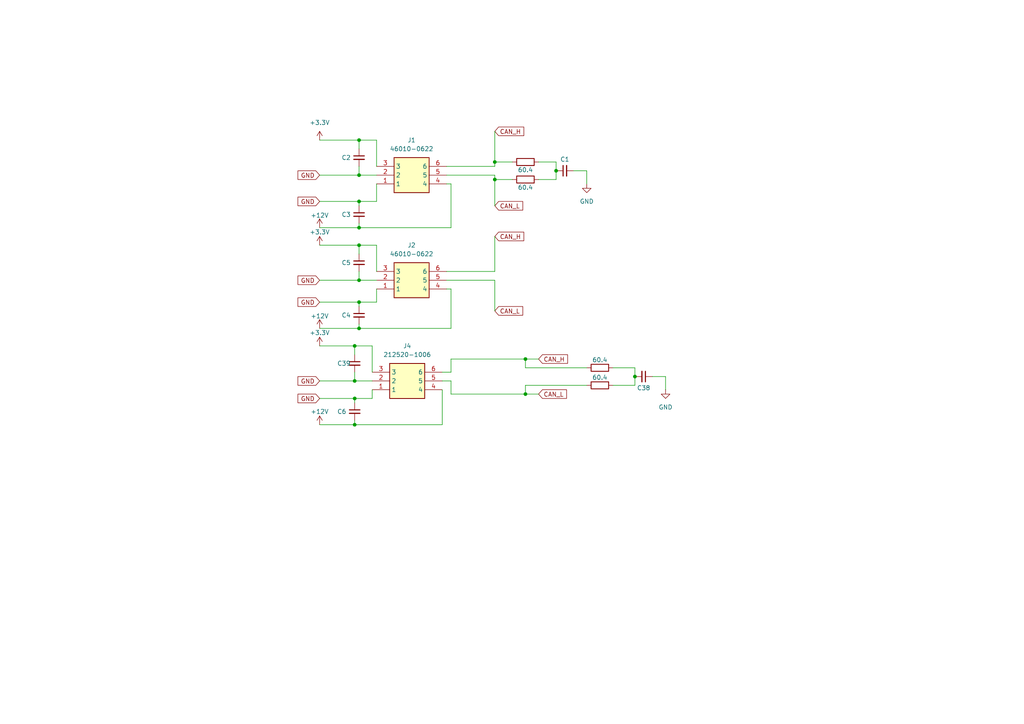
<source format=kicad_sch>
(kicad_sch (version 20231120) (generator "eeschema") (generator_version "8.0")
  (paper "A4")
  (lib_symbols
    (symbol "212520-1006:212520-1006"
      (property "Reference" "J" (at 16.51 7.62 0))
      (property "Value" "212520-1006" (at 16.51 5.08 0))
      (symbol "212520-1006_1_1"
        (rectangle (start 5.08 2.54) (end 15.24 -7.62) (stroke (width 0.254)) (fill (type background)))
        (pin passive line (at 0 -5.08 0) (length 5.08) (name "1") (number "1"))
        (pin passive line (at 0 -2.54 0) (length 5.08) (name "2") (number "2"))
        (pin passive line (at 0 0 0) (length 5.08) (name "3") (number "3"))
        (pin passive line (at 20.32 -5.08 180) (length 5.08) (name "4") (number "4"))
        (pin passive line (at 20.32 -2.54 180) (length 5.08) (name "5") (number "5"))
        (pin passive line (at 20.32 0 180) (length 5.08) (name "6") (number "6"))
      )
    )
    (symbol "46010-0622:46010-0622"
      (property "Reference" "J" (at 16.51 7.62 0))
      (property "Value" "46010-0622" (at 16.51 5.08 0))
      (symbol "46010-0622_1_1"
        (rectangle (start 5.08 2.54) (end 15.24 -7.62) (stroke (width 0.254)) (fill (type background)))
        (pin passive line (at 0 -5.08 0) (length 5.08) (name "1") (number "1"))
        (pin passive line (at 0 -2.54 0) (length 5.08) (name "2") (number "2"))
        (pin passive line (at 0 0 0) (length 5.08) (name "3") (number "3"))
        (pin passive line (at 20.32 -5.08 180) (length 5.08) (name "4") (number "4"))
        (pin passive line (at 20.32 -2.54 180) (length 5.08) (name "5") (number "5"))
        (pin passive line (at 20.32 0 180) (length 5.08) (name "6") (number "6"))
      )
    )
    (symbol "Device:C_Small" (pin_numbers hide) (pin_names (offset 0.254) hide)
      (property "Reference" "C" (at 0.254 1.778 0))
      (property "Value" "C_Small" (at 0.254 -2.032 0))
      (symbol "C_Small_0_1"
        (polyline (pts (xy -1.524 -0.508) (xy 1.524 -0.508)) (stroke (width 0.3302)))
        (polyline (pts (xy -1.524 0.508) (xy 1.524 0.508)) (stroke (width 0.3048)))
      )
      (symbol "C_Small_1_1"
        (pin passive line (at 0 2.54 270) (length 2.032) (name "~") (number "1"))
        (pin passive line (at 0 -2.54 90) (length 2.032) (name "~") (number "2"))
      )
    )
    (symbol "Device:R" (pin_numbers hide) (pin_names (offset 0))
      (property "Reference" "R" (at 2.032 0 90))
      (property "Value" "R" (at 0 0 90))
      (symbol "R_0_1"
        (rectangle (start -1.016 -2.54) (end 1.016 2.54) (stroke (width 0.254)))
      )
      (symbol "R_1_1"
        (pin passive line (at 0 3.81 270) (length 1.27) (name "~") (number "1"))
        (pin passive line (at 0 -3.81 90) (length 1.27) (name "~") (number "2"))
      )
    )
    (symbol "power:+12V" (power) (pin_names (offset 0))
      (property "Value" "+12V" (at 0 3.556 0))
      (symbol "+12V_0_1"
        (polyline (pts (xy -0.762 1.27) (xy 0 2.54)))
        (polyline (pts (xy 0 0) (xy 0 2.54)))
        (polyline (pts (xy 0 2.54) (xy 0.762 1.27)))
      )
      (symbol "+12V_1_1"
        (pin power_in line (at 0 0 90) (length 0) hide (name "+12V") (number "1"))
      )
    )
    (symbol "power:GND" (power) (pin_numbers hide) (pin_names (offset 0) hide)
      (property "Value" "GND" (at 0 -3.81 0))
      (symbol "GND_0_1"
        (polyline (pts (xy 0 0) (xy 0 -1.27) (xy 1.27 -1.27) (xy 0 -2.54) (xy -1.27 -1.27) (xy 0 -1.27)))
      )
      (symbol "GND_1_1"
        (pin power_in line (at 0 0 270) (length 0) (name "~") (number "1"))
      )
    )
  )
  (junction (at 161.29 49.53))
  (junction (at 104.14 50.8))
  (junction (at 102.87 110.49))
  (junction (at 102.87 123.19))
  (junction (at 102.87 115.57))
  (junction (at 143.51 52.07))
  (junction (at 104.14 40.64))
  (junction (at 104.14 87.63))
  (junction (at 152.4 114.3))
  (junction (at 184.15 109.22))
  (junction (at 102.87 100.33))
  (junction (at 143.51 46.99))
  (junction (at 104.14 58.42))
  (junction (at 152.4 104.14))
  (junction (at 104.14 71.12))
  (junction (at 104.14 81.28))
  (junction (at 104.14 66.04))
  (junction (at 104.14 95.25))
  (wire (pts (xy 107.95 113.03) (xy 107.95 115.57)))
  (wire (pts (xy 104.14 71.12) (xy 109.22 71.12)))
  (wire (pts (xy 128.27 123.19) (xy 128.27 113.03)))
  (wire (pts (xy 143.51 59.69) (xy 143.51 52.07)))
  (wire (pts (xy 104.14 58.42) (xy 104.14 59.69)))
  (wire (pts (xy 104.14 58.42) (xy 109.22 58.42)))
  (wire (pts (xy 156.21 46.99) (xy 161.29 46.99)))
  (wire (pts (xy 130.81 104.14) (xy 152.4 104.14)))
  (wire (pts (xy 104.14 93.98) (xy 104.14 95.25)))
  (wire (pts (xy 156.21 114.3) (xy 152.4 114.3)))
  (wire (pts (xy 161.29 49.53) (xy 161.29 52.07)))
  (wire (pts (xy 143.51 46.99) (xy 143.51 48.26)))
  (wire (pts (xy 143.51 52.07) (xy 143.51 50.8)))
  (wire (pts (xy 161.29 46.99) (xy 161.29 49.53)))
  (wire (pts (xy 102.87 115.57) (xy 92.71 115.57)))
  (wire (pts (xy 130.81 83.82) (xy 129.54 83.82)))
  (wire (pts (xy 193.04 109.22) (xy 193.04 113.03)))
  (wire (pts (xy 104.14 95.25) (xy 92.71 95.25)))
  (wire (pts (xy 92.71 40.64) (xy 104.14 40.64)))
  (wire (pts (xy 143.51 46.99) (xy 148.59 46.99)))
  (wire (pts (xy 109.22 53.34) (xy 109.22 58.42)))
  (wire (pts (xy 109.22 71.12) (xy 109.22 78.74)))
  (wire (pts (xy 102.87 123.19) (xy 128.27 123.19)))
  (wire (pts (xy 102.87 121.92) (xy 102.87 123.19)))
  (wire (pts (xy 152.4 104.14) (xy 152.4 106.68)))
  (wire (pts (xy 193.04 109.22) (xy 189.23 109.22)))
  (wire (pts (xy 107.95 115.57) (xy 102.87 115.57)))
  (wire (pts (xy 104.14 40.64) (xy 109.22 40.64)))
  (wire (pts (xy 130.81 53.34) (xy 129.54 53.34)))
  (wire (pts (xy 130.81 114.3) (xy 130.81 110.49)))
  (wire (pts (xy 130.81 107.95) (xy 128.27 107.95)))
  (wire (pts (xy 152.4 111.76) (xy 170.18 111.76)))
  (wire (pts (xy 143.51 50.8) (xy 129.54 50.8)))
  (wire (pts (xy 104.14 40.64) (xy 104.14 43.18)))
  (wire (pts (xy 143.51 48.26) (xy 129.54 48.26)))
  (wire (pts (xy 130.81 66.04) (xy 104.14 66.04)))
  (wire (pts (xy 102.87 100.33) (xy 102.87 102.87)))
  (wire (pts (xy 107.95 100.33) (xy 107.95 107.95)))
  (wire (pts (xy 143.51 81.28) (xy 129.54 81.28)))
  (wire (pts (xy 92.71 81.28) (xy 104.14 81.28)))
  (wire (pts (xy 104.14 50.8) (xy 109.22 50.8)))
  (wire (pts (xy 130.81 66.04) (xy 130.81 53.34)))
  (wire (pts (xy 130.81 104.14) (xy 130.81 107.95)))
  (wire (pts (xy 102.87 110.49) (xy 107.95 110.49)))
  (wire (pts (xy 130.81 95.25) (xy 104.14 95.25)))
  (wire (pts (xy 104.14 48.26) (xy 104.14 50.8)))
  (wire (pts (xy 102.87 107.95) (xy 102.87 110.49)))
  (wire (pts (xy 152.4 114.3) (xy 130.81 114.3)))
  (wire (pts (xy 130.81 110.49) (xy 128.27 110.49)))
  (wire (pts (xy 92.71 100.33) (xy 102.87 100.33)))
  (wire (pts (xy 92.71 87.63) (xy 104.14 87.63)))
  (wire (pts (xy 109.22 83.82) (xy 109.22 87.63)))
  (wire (pts (xy 170.18 49.53) (xy 170.18 53.34)))
  (wire (pts (xy 92.71 50.8) (xy 104.14 50.8)))
  (wire (pts (xy 104.14 81.28) (xy 109.22 81.28)))
  (wire (pts (xy 102.87 100.33) (xy 107.95 100.33)))
  (wire (pts (xy 177.8 111.76) (xy 184.15 111.76)))
  (wire (pts (xy 104.14 71.12) (xy 104.14 73.66)))
  (wire (pts (xy 184.15 109.22) (xy 184.15 106.68)))
  (wire (pts (xy 104.14 87.63) (xy 104.14 88.9)))
  (wire (pts (xy 92.71 123.19) (xy 102.87 123.19)))
  (wire (pts (xy 166.37 49.53) (xy 170.18 49.53)))
  (wire (pts (xy 102.87 115.57) (xy 102.87 116.84)))
  (wire (pts (xy 152.4 104.14) (xy 156.21 104.14)))
  (wire (pts (xy 143.51 81.28) (xy 143.51 90.17)))
  (wire (pts (xy 143.51 38.1) (xy 143.51 46.99)))
  (wire (pts (xy 92.71 71.12) (xy 104.14 71.12)))
  (wire (pts (xy 143.51 78.74) (xy 129.54 78.74)))
  (wire (pts (xy 156.21 52.07) (xy 161.29 52.07)))
  (wire (pts (xy 143.51 68.58) (xy 143.51 78.74)))
  (wire (pts (xy 92.71 66.04) (xy 104.14 66.04)))
  (wire (pts (xy 104.14 78.74) (xy 104.14 81.28)))
  (wire (pts (xy 104.14 87.63) (xy 109.22 87.63)))
  (wire (pts (xy 130.81 95.25) (xy 130.81 83.82)))
  (wire (pts (xy 92.71 58.42) (xy 104.14 58.42)))
  (wire (pts (xy 152.4 111.76) (xy 152.4 114.3)))
  (wire (pts (xy 184.15 111.76) (xy 184.15 109.22)))
  (wire (pts (xy 184.15 106.68) (xy 177.8 106.68)))
  (wire (pts (xy 92.71 110.49) (xy 102.87 110.49)))
  (wire (pts (xy 109.22 40.64) (xy 109.22 48.26)))
  (wire (pts (xy 104.14 64.77) (xy 104.14 66.04)))
  (wire (pts (xy 143.51 52.07) (xy 148.59 52.07)))
  (wire (pts (xy 152.4 106.68) (xy 170.18 106.68)))
  (global_label "GND" (shape input) (at 92.71 87.63 180) (property "Intersheetrefs" "${INTERSHEET_REFS}" (effects (hide yes))))
  (global_label "GND" (shape input) (at 92.71 81.28 180) (property "Intersheetrefs" "${INTERSHEET_REFS}" (effects (hide yes))))
  (global_label "GND" (shape input) (at 92.71 58.42 180) (property "Intersheetrefs" "${INTERSHEET_REFS}" (effects (hide yes))))
  (global_label "CAN_L" (shape input) (at 143.51 90.17 0) (property "Intersheetrefs" "${INTERSHEET_REFS}" (effects (hide yes))))
  (global_label "CAN_L" (shape input) (at 156.21 114.3 0) (property "Intersheetrefs" "${INTERSHEET_REFS}" (effects (hide yes))))
  (global_label "CAN_H" (shape input) (at 156.21 104.14 0) (property "Intersheetrefs" "${INTERSHEET_REFS}" (effects (hide yes))))
  (global_label "CAN_H" (shape input) (at 143.51 38.1 0) (property "Intersheetrefs" "${INTERSHEET_REFS}" (effects (hide yes))))
  (global_label "CAN_L" (shape input) (at 143.51 59.69 0) (property "Intersheetrefs" "${INTERSHEET_REFS}" (effects (hide yes))))
  (global_label "GND" (shape input) (at 92.71 50.8 180) (property "Intersheetrefs" "${INTERSHEET_REFS}" (effects (hide yes))))
  (global_label "GND" (shape input) (at 92.71 115.57 180) (property "Intersheetrefs" "${INTERSHEET_REFS}" (effects (hide yes))))
  (global_label "CAN_H" (shape input) (at 143.51 68.58 0) (property "Intersheetrefs" "${INTERSHEET_REFS}" (effects (hide yes))))
  (global_label "GND" (shape input) (at 92.71 110.49 180) (property "Intersheetrefs" "${INTERSHEET_REFS}" (effects (hide yes))))
  (symbol (lib_id "Device:C_Small") (at 102.87 105.41 0) (unit 1)
    (property "Reference" "C39" (at 97.79 105.41 0) (effects (justify left)))
    (property "Value" "C_Small" (effects (hide yes)))
    (property "Footprint" "Capacitor_SMD:C_0603_1608Metric" (effects (hide yes)))
    (property "Description" "Unpolarized capacitor, small symbol" (effects (hide yes)))
  )
  (symbol (lib_id "Device:R") (at 173.99 111.76 270) (unit 1)
    (property "Reference" "R19" (effects (hide yes)))
    (property "Value" "60.4" (at 173.99 109.474 90))
    (property "Footprint" "Resistor_SMD:R_0603_1608Metric" (effects (hide yes)))
    (property "Description" "Resistor" (effects (hide yes)))
  )
  (symbol (lib_id "power:GND") (at 193.04 113.03 0) (unit 1)
    (property "Reference" "#PWR044" (effects (hide yes)))
    (property "Value" "GND" (at 193.04 118.11 0))
    (property "Description" "Power symbol creates a global label with name \"GND\" , ground" (effects (hide yes)))
  )
  (symbol (lib_id "Device:R") (at 152.4 46.99 90) (unit 1)
    (property "Reference" "R3" (effects (hide yes)))
    (property "Value" "60.4" (at 152.4 49.276 90))
    (property "Footprint" "Resistor_SMD:R_0603_1608Metric" (effects (hide yes)))
    (property "Description" "Resistor" (effects (hide yes)))
  )
  (symbol (lib_id "power:+12V") (at 92.71 40.64 0) (unit 1)
    (property "Reference" "#PWR045" (effects (hide yes)))
    (property "Value" "+3.3V" (at 92.71 35.56 0))
  )
  (symbol (lib_id "Device:C_Small") (at 104.14 91.44 0) (unit 1)
    (property "Reference" "C4" (at 99.06 91.44 0) (effects (justify left)))
    (property "Value" "C_Small" (effects (hide yes)))
    (property "Footprint" "Capacitor_SMD:C_0603_1608Metric" (effects (hide yes)))
    (property "Description" "Unpolarized capacitor, small symbol" (effects (hide yes)))
  )
  (symbol (lib_id "212520-1006:212520-1006") (at 107.95 107.95 0) (unit 1)
    (property "Reference" "J4" (at 118.11 100.33 0))
    (property "Value" "212520-1006" (at 118.11 102.87 0))
    (property "Footprint" "iclr:212520-1006" (effects (hide yes)))
    (property "Datasheet" "https://www.molex.com/pdm_docs/sd/2125201006_sd.pdf" (effects (hide yes)))
    (property "Height" "13.6" (effects (hide yes)))
    (property "Mouser Part Number" "538-212520-1006" (effects (hide yes)))
    (property "Mouser Price/Stock" "https://www.mouser.co.uk/ProductDetail/Molex/212520-1006?qs=pUKx8fyJudA8jKWmA%2FIrSg%3D%3D" (effects (hide yes)))
    (property "Manufacturer_Name" "Molex" (effects (hide yes)))
    (property "Manufacturer_Part_Number" "212520-1006" (effects (hide yes)))
  )
  (symbol (lib_id "Device:C_Small") (at 104.14 62.23 0) (unit 1)
    (property "Reference" "C3" (at 99.06 62.23 0) (effects (justify left)))
    (property "Value" "C_Small" (effects (hide yes)))
    (property "Footprint" "Capacitor_SMD:C_0603_1608Metric" (effects (hide yes)))
    (property "Description" "Unpolarized capacitor, small symbol" (effects (hide yes)))
  )
  (symbol (lib_id "Device:R") (at 173.99 106.68 270) (unit 1)
    (property "Reference" "R20" (effects (hide yes)))
    (property "Value" "60.4" (at 173.99 104.394 90))
    (property "Footprint" "Resistor_SMD:R_0603_1608Metric" (effects (hide yes)))
    (property "Description" "Resistor" (effects (hide yes)))
  )
  (symbol (lib_id "power:GND") (at 170.18 53.34 0) (unit 1)
    (property "Reference" "#PWR03" (effects (hide yes)))
    (property "Value" "GND" (at 170.18 58.42 0))
    (property "Description" "Power symbol creates a global label with name \"GND\" , ground" (effects (hide yes)))
  )
  (symbol (lib_id "46010-0622:46010-0622") (at 109.22 78.74 0) (unit 1)
    (property "Reference" "J2" (at 119.38 71.12 0))
    (property "Value" "46010-0622" (at 119.38 73.66 0))
    (property "Footprint" "iclr:46010-06YY" (effects (hide yes)))
    (property "Datasheet" "https://componentsearchengine.com/Datasheets/1/46010-0622.pdf" (effects (hide yes)))
    (property "Description" "Mini-Fit Plus PCB Receptacle, 4.20mm Pitch, Dual Row, Vertical, Blind Mating, 6 Circuits, with Snap-in Plastic Peg PCB Lock, PA Polyamide Nylon 6/6, UL 94V-2" (effects (hide yes)))
    (property "Height" "14.1" (effects (hide yes)))
    (property "Mouser Part Number" "538-46010-0622" (effects (hide yes)))
    (property "Mouser Price/Stock" "https://www.mouser.com/Search/Refine.aspx?Keyword=538-46010-0622" (effects (hide yes)))
    (property "Manufacturer_Name" "Molex" (effects (hide yes)))
    (property "Manufacturer_Part_Number" "46010-0622" (effects (hide yes)))
  )
  (symbol (lib_id "46010-0622:46010-0622") (at 109.22 48.26 0) (unit 1)
    (property "Reference" "J1" (at 119.38 40.64 0))
    (property "Value" "46010-0622" (at 119.38 43.18 0))
    (property "Footprint" "iclr:46010-06YY" (effects (hide yes)))
    (property "Datasheet" "https://componentsearchengine.com/Datasheets/1/46010-0622.pdf" (effects (hide yes)))
    (property "Description" "Mini-Fit Plus PCB Receptacle, 4.20mm Pitch, Dual Row, Vertical, Blind Mating, 6 Circuits, with Snap-in Plastic Peg PCB Lock, PA Polyamide Nylon 6/6, UL 94V-2" (effects (hide yes)))
    (property "Height" "14.1" (effects (hide yes)))
    (property "Mouser Part Number" "538-46010-0622" (effects (hide yes)))
    (property "Mouser Price/Stock" "https://www.mouser.com/Search/Refine.aspx?Keyword=538-46010-0622" (effects (hide yes)))
    (property "Manufacturer_Name" "Molex" (effects (hide yes)))
    (property "Manufacturer_Part_Number" "46010-0622" (effects (hide yes)))
  )
  (symbol (lib_id "Device:C_Small") (at 163.83 49.53 90) (unit 1)
    (property "Reference" "C1" (at 163.83 46.228 90))
    (property "Value" "C_Small" (effects (hide yes)))
    (property "Footprint" "Capacitor_SMD:C_0603_1608Metric" (effects (hide yes)))
    (property "Description" "Unpolarized capacitor, small symbol" (effects (hide yes)))
  )
  (symbol (lib_id "Device:C_Small") (at 104.14 45.72 0) (unit 1)
    (property "Reference" "C2" (at 99.06 45.72 0) (effects (justify left)))
    (property "Value" "C_Small" (effects (hide yes)))
    (property "Footprint" "Capacitor_SMD:C_0603_1608Metric" (effects (hide yes)))
    (property "Description" "Unpolarized capacitor, small symbol" (effects (hide yes)))
  )
  (symbol (lib_id "Device:C_Small") (at 104.14 76.2 0) (unit 1)
    (property "Reference" "C5" (at 99.06 76.2 0) (effects (justify left)))
    (property "Value" "C_Small" (effects (hide yes)))
    (property "Footprint" "Capacitor_SMD:C_0603_1608Metric" (effects (hide yes)))
    (property "Description" "Unpolarized capacitor, small symbol" (effects (hide yes)))
  )
  (symbol (lib_id "power:+12V") (at 92.71 123.19 0) (unit 1)
    (property "Reference" "#PWR049" (effects (hide yes)))
    (property "Value" "+12V" (at 92.71 119.38 0))
  )
  (symbol (lib_id "Device:C_Small") (at 186.69 109.22 270) (unit 1)
    (property "Reference" "C38" (at 186.69 112.522 90))
    (property "Value" "C_Small" (effects (hide yes)))
    (property "Footprint" "Capacitor_SMD:C_0603_1608Metric" (effects (hide yes)))
    (property "Description" "Unpolarized capacitor, small symbol" (effects (hide yes)))
  )
  (symbol (lib_id "Device:R") (at 152.4 52.07 90) (unit 1)
    (property "Reference" "R4" (effects (hide yes)))
    (property "Value" "60.4" (at 152.4 54.356 90))
    (property "Footprint" "Resistor_SMD:R_0603_1608Metric" (effects (hide yes)))
    (property "Description" "Resistor" (effects (hide yes)))
  )
  (symbol (lib_id "power:+12V") (at 92.71 95.25 0) (unit 1)
    (property "Reference" "#PWR047" (effects (hide yes)))
    (property "Value" "+12V" (at 92.71 91.6742 0))
  )
  (symbol (lib_id "power:+12V") (at 92.71 71.12 0) (unit 1)
    (property "Reference" "#PWR046" (effects (hide yes)))
    (property "Value" "+3.3V" (at 92.71 67.31 0))
  )
  (symbol (lib_id "Device:C_Small") (at 102.87 119.38 0) (unit 1)
    (property "Reference" "C6" (at 97.79 119.38 0) (effects (justify left)))
    (property "Value" "C_Small" (effects (hide yes)))
    (property "Footprint" "Capacitor_SMD:C_0603_1608Metric" (effects (hide yes)))
    (property "Description" "Unpolarized capacitor, small symbol" (effects (hide yes)))
  )
  (symbol (lib_id "power:+12V") (at 92.71 66.04 0) (unit 1)
    (property "Reference" "#PWR04" (effects (hide yes)))
    (property "Value" "+12V" (at 92.71 62.4642 0))
  )
  (symbol (lib_id "power:+12V") (at 92.71 100.33 0) (unit 1)
    (property "Reference" "#PWR048" (effects (hide yes)))
    (property "Value" "+3.3V" (at 92.71 96.52 0))
  )
)
</source>
